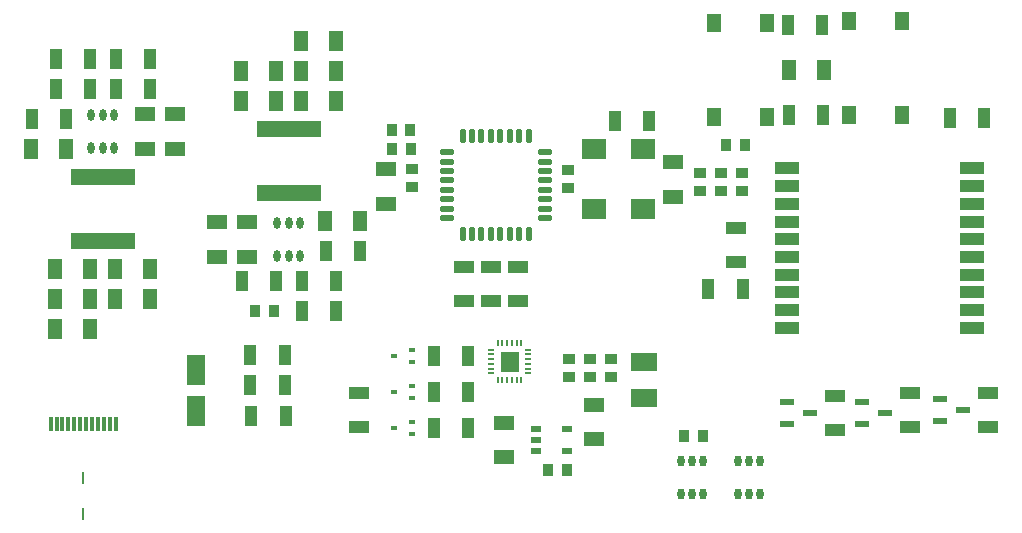
<source format=gtp>
G04*
G04 #@! TF.GenerationSoftware,Altium Limited,Altium Designer,21.9.2 (33)*
G04*
G04 Layer_Color=8421504*
%FSLAX25Y25*%
%MOIN*%
G70*
G04*
G04 #@! TF.SameCoordinates,A0D018B4-DB31-4F92-A021-C5504D576F11*
G04*
G04*
G04 #@! TF.FilePolarity,Positive*
G04*
G01*
G75*
%ADD22R,0.06299X0.09843*%
%ADD23R,0.03425X0.03858*%
%ADD24R,0.04252X0.06575*%
%ADD25R,0.04134X0.06693*%
%ADD26R,0.05118X0.06102*%
%ADD27R,0.00787X0.03937*%
%ADD28R,0.01181X0.04724*%
%ADD29O,0.02362X0.03740*%
%ADD30R,0.03740X0.03858*%
%ADD31R,0.07900X0.03900*%
%ADD32R,0.03858X0.03740*%
%ADD33R,0.04961X0.02323*%
%ADD34R,0.06575X0.04252*%
%ADD35R,0.04567X0.07165*%
%ADD36R,0.07165X0.04567*%
%ADD37O,0.02165X0.05118*%
%ADD38O,0.05118X0.02165*%
%ADD39R,0.07874X0.07087*%
%ADD40O,0.00787X0.02559*%
%ADD41O,0.02559X0.00787*%
%ADD42R,0.06063X0.06693*%
%ADD43R,0.08661X0.05906*%
G04:AMPARAMS|DCode=44|XSize=21.65mil|YSize=31.5mil|CornerRadius=1.95mil|HoleSize=0mil|Usage=FLASHONLY|Rotation=90.000|XOffset=0mil|YOffset=0mil|HoleType=Round|Shape=RoundedRectangle|*
%AMROUNDEDRECTD44*
21,1,0.02165,0.02760,0,0,90.0*
21,1,0.01776,0.03150,0,0,90.0*
1,1,0.00390,0.01380,0.00888*
1,1,0.00390,0.01380,-0.00888*
1,1,0.00390,-0.01380,-0.00888*
1,1,0.00390,-0.01380,0.00888*
%
%ADD44ROUNDEDRECTD44*%
%ADD45R,0.02300X0.01400*%
%ADD46O,0.02362X0.03937*%
%ADD47R,0.21394X0.05197*%
D22*
X61000Y64390D02*
D03*
Y50610D02*
D03*
D23*
X244150Y139500D02*
D03*
X237850D02*
D03*
X126350Y138000D02*
D03*
X132650D02*
D03*
X223850Y42500D02*
D03*
X230150D02*
D03*
X80850Y84000D02*
D03*
X87150D02*
D03*
D24*
X212189Y147500D02*
D03*
X200811D02*
D03*
X312311Y148500D02*
D03*
X323689D02*
D03*
X14311Y168000D02*
D03*
X25689D02*
D03*
X258311Y179500D02*
D03*
X269689D02*
D03*
X270189Y149500D02*
D03*
X258811D02*
D03*
X140311Y45000D02*
D03*
X151689D02*
D03*
X140311Y57000D02*
D03*
X151689D02*
D03*
X140311Y69000D02*
D03*
X151689D02*
D03*
X76311Y94000D02*
D03*
X87689D02*
D03*
X107689Y94000D02*
D03*
X96311D02*
D03*
X96311Y84000D02*
D03*
X107689D02*
D03*
X104311Y104000D02*
D03*
X115689D02*
D03*
X34311Y168000D02*
D03*
X45689D02*
D03*
Y158000D02*
D03*
X34311D02*
D03*
X14311Y158000D02*
D03*
X25689D02*
D03*
X17689Y148000D02*
D03*
X6311D02*
D03*
D25*
X231693Y91500D02*
D03*
X243307D02*
D03*
X91000Y49000D02*
D03*
X79386D02*
D03*
X90807Y59500D02*
D03*
X79193D02*
D03*
X90807Y69500D02*
D03*
X79193D02*
D03*
D26*
X278642Y149350D02*
D03*
Y180650D02*
D03*
X296358Y149350D02*
D03*
Y180650D02*
D03*
X233642Y148850D02*
D03*
Y180150D02*
D03*
X251358Y148850D02*
D03*
Y180150D02*
D03*
D27*
X23500Y28462D02*
D03*
Y16257D02*
D03*
D28*
X12673Y46494D02*
D03*
X14642D02*
D03*
X16610D02*
D03*
X18579D02*
D03*
X20547D02*
D03*
X22516D02*
D03*
X24484D02*
D03*
X26453D02*
D03*
X28421D02*
D03*
X30390D02*
D03*
X32358D02*
D03*
X34327D02*
D03*
D29*
X222760Y23087D02*
D03*
X226500D02*
D03*
X230240D02*
D03*
X222760Y33913D02*
D03*
X226500D02*
D03*
X230240D02*
D03*
X241760Y23087D02*
D03*
X245500D02*
D03*
X249240D02*
D03*
X241760Y33913D02*
D03*
X245500D02*
D03*
X249240D02*
D03*
D30*
X132512Y144500D02*
D03*
X126488D02*
D03*
X184652Y31060D02*
D03*
X178628D02*
D03*
D31*
X319709Y131575D02*
D03*
Y125669D02*
D03*
Y119764D02*
D03*
Y113858D02*
D03*
Y107953D02*
D03*
Y102047D02*
D03*
Y96142D02*
D03*
Y90236D02*
D03*
Y84331D02*
D03*
Y78425D02*
D03*
X258291D02*
D03*
Y84331D02*
D03*
Y90236D02*
D03*
Y96142D02*
D03*
Y102047D02*
D03*
Y107953D02*
D03*
Y113858D02*
D03*
Y119764D02*
D03*
Y125669D02*
D03*
Y131575D02*
D03*
D32*
X243000Y130012D02*
D03*
Y123988D02*
D03*
X236000Y130012D02*
D03*
Y123988D02*
D03*
X229000D02*
D03*
Y130012D02*
D03*
X133000Y125488D02*
D03*
Y131512D02*
D03*
X185000Y131012D02*
D03*
Y124988D02*
D03*
X199500Y61988D02*
D03*
Y68012D02*
D03*
X192500Y61988D02*
D03*
Y68012D02*
D03*
X185500Y61988D02*
D03*
Y68012D02*
D03*
D33*
X258142Y53740D02*
D03*
Y46260D02*
D03*
X265858Y50000D02*
D03*
X283142Y53740D02*
D03*
Y46260D02*
D03*
X290858Y50000D02*
D03*
X309142Y54740D02*
D03*
Y47260D02*
D03*
X316858Y51000D02*
D03*
D34*
X274000Y44311D02*
D03*
Y55689D02*
D03*
X299000Y45311D02*
D03*
Y56689D02*
D03*
X325000Y45311D02*
D03*
Y56689D02*
D03*
X241000Y111689D02*
D03*
Y100311D02*
D03*
X150500Y98689D02*
D03*
Y87311D02*
D03*
X159500Y98689D02*
D03*
Y87311D02*
D03*
X168500Y98689D02*
D03*
Y87311D02*
D03*
X115500Y45311D02*
D03*
Y56689D02*
D03*
D35*
X258693Y164500D02*
D03*
X270307D02*
D03*
X107807Y154000D02*
D03*
X96193D02*
D03*
X107807Y174000D02*
D03*
X96193D02*
D03*
X107807Y164000D02*
D03*
X96193D02*
D03*
X76193D02*
D03*
X87807D02*
D03*
X76193Y154000D02*
D03*
X87807D02*
D03*
X115807Y114000D02*
D03*
X104193D02*
D03*
X6193Y138000D02*
D03*
X17807D02*
D03*
X14193Y98000D02*
D03*
X25807D02*
D03*
X14193Y88000D02*
D03*
X25807D02*
D03*
X45807Y98000D02*
D03*
X34193D02*
D03*
X45807Y88000D02*
D03*
X34193D02*
D03*
X14193Y78000D02*
D03*
X25807D02*
D03*
D36*
X124500Y119693D02*
D03*
Y131307D02*
D03*
X220000Y133807D02*
D03*
Y122193D02*
D03*
X163640Y46867D02*
D03*
Y35253D02*
D03*
X193640Y41253D02*
D03*
Y52867D02*
D03*
X68000Y102193D02*
D03*
Y113807D02*
D03*
X78000Y102193D02*
D03*
Y113807D02*
D03*
X54000Y149807D02*
D03*
Y138193D02*
D03*
X44000Y149807D02*
D03*
Y138193D02*
D03*
D37*
X172024Y109661D02*
D03*
X168874D02*
D03*
X165724D02*
D03*
X162575D02*
D03*
X159425D02*
D03*
X156276D02*
D03*
X153126D02*
D03*
X149976D02*
D03*
Y142339D02*
D03*
X153126D02*
D03*
X156276D02*
D03*
X159425D02*
D03*
X162575D02*
D03*
X165724D02*
D03*
X168874D02*
D03*
X172024D02*
D03*
D38*
X144661Y114976D02*
D03*
Y118126D02*
D03*
Y121276D02*
D03*
Y124425D02*
D03*
Y127575D02*
D03*
Y130724D02*
D03*
Y133874D02*
D03*
Y137024D02*
D03*
X177339D02*
D03*
Y133874D02*
D03*
Y130724D02*
D03*
Y127575D02*
D03*
Y124425D02*
D03*
Y121276D02*
D03*
Y118126D02*
D03*
Y114976D02*
D03*
D39*
X210268Y118000D02*
D03*
Y138000D02*
D03*
X193732Y118000D02*
D03*
Y138000D02*
D03*
D40*
X161701Y61000D02*
D03*
X163276D02*
D03*
X164850D02*
D03*
X166425D02*
D03*
X168000D02*
D03*
X169575D02*
D03*
Y73402D02*
D03*
X168000D02*
D03*
X166425D02*
D03*
X164850D02*
D03*
X163276D02*
D03*
X161701D02*
D03*
D41*
X171839Y63264D02*
D03*
Y64839D02*
D03*
Y66413D02*
D03*
Y67988D02*
D03*
Y69563D02*
D03*
Y71138D02*
D03*
X159437D02*
D03*
Y69563D02*
D03*
Y67988D02*
D03*
Y66413D02*
D03*
Y64839D02*
D03*
Y63264D02*
D03*
D42*
X165638Y67201D02*
D03*
D43*
X210500Y54898D02*
D03*
Y67102D02*
D03*
D44*
X174620Y44800D02*
D03*
Y41060D02*
D03*
Y37320D02*
D03*
X184659D02*
D03*
Y44800D02*
D03*
D45*
X127000Y45000D02*
D03*
X133000Y46968D02*
D03*
Y43031D02*
D03*
X127000Y69000D02*
D03*
X133000Y70969D02*
D03*
Y67032D02*
D03*
X127000Y57000D02*
D03*
X133000Y58969D02*
D03*
Y55032D02*
D03*
D46*
X88260Y102488D02*
D03*
X92000D02*
D03*
X95740D02*
D03*
X88260Y113512D02*
D03*
X92000D02*
D03*
X95740D02*
D03*
X33740Y149512D02*
D03*
X30000D02*
D03*
X26260D02*
D03*
X33740Y138488D02*
D03*
X30000D02*
D03*
X26260D02*
D03*
D47*
X92000Y144701D02*
D03*
Y123299D02*
D03*
X30000Y107299D02*
D03*
Y128701D02*
D03*
M02*

</source>
